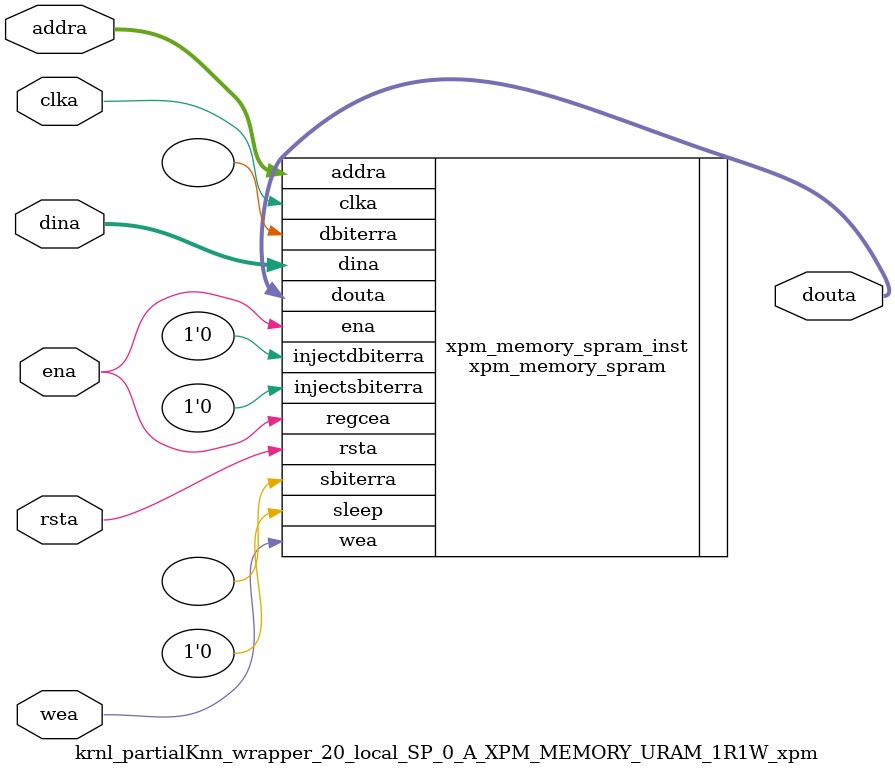
<source format=v>
`timescale 1 ns / 1 ps
module krnl_partialKnn_wrapper_20_local_SP_0_A_XPM_MEMORY_URAM_1R1W_xpm # (
  // Common module parameters
  parameter integer                 MEMORY_SIZE        = 524288,
  parameter                         MEMORY_PRIMITIVE   = "ultra",
  parameter                         ECC_MODE           = "no_ecc",
  parameter                         MEMORY_INIT_FILE   = "none",
  parameter                         WAKEUP_TIME        = "disable_sleep",
  parameter integer                 MESSAGE_CONTROL    = 0,
  // Port A module parameters
  parameter integer                 WRITE_DATA_WIDTH_A = 256,
  parameter integer                 READ_DATA_WIDTH_A  = WRITE_DATA_WIDTH_A,
  parameter integer                 BYTE_WRITE_WIDTH_A = WRITE_DATA_WIDTH_A,
  parameter integer                 ADDR_WIDTH_A       = 11,
  parameter                         READ_RESET_VALUE_A = "0",
  parameter integer                 READ_LATENCY_A     = 1,
  parameter                         WRITE_MODE_A       = "read_first"
) (
  // Port A module ports
  input  wire                                               clka,
  input  wire                                               rsta,
  input  wire                                               ena,
  input  wire [(WRITE_DATA_WIDTH_A/BYTE_WRITE_WIDTH_A)-1:0] wea,
  input  wire [ADDR_WIDTH_A-1:0]                            addra,
  input  wire [WRITE_DATA_WIDTH_A-1:0]                      dina,
  output wire [READ_DATA_WIDTH_A-1:0]                       douta
);
// Set parameter values and connect ports to instantiate an XPM_MEMORY single port RAM configuration
xpm_memory_spram # (
  // Common module parameters
  .MEMORY_SIZE        (MEMORY_SIZE),   //positive integer
  .MEMORY_PRIMITIVE   (MEMORY_PRIMITIVE),      //string; "auto", "distributed", "block" or "ultra";
  .ECC_MODE           (ECC_MODE),      //do not change
  .MEMORY_INIT_FILE   (MEMORY_INIT_FILE), //string; "none" or "<filename>.mem" 
  .MEMORY_INIT_PARAM  (""), //string;
  .WAKEUP_TIME        (WAKEUP_TIME),      //string; "disable_sleep" or "use_sleep_pin"
  .MESSAGE_CONTROL    (MESSAGE_CONTROL),      //do not change
  // Port A module parameters
  .WRITE_DATA_WIDTH_A (WRITE_DATA_WIDTH_A),     //positive integer
  .READ_DATA_WIDTH_A  (READ_DATA_WIDTH_A),     //positive integer
  .BYTE_WRITE_WIDTH_A (BYTE_WRITE_WIDTH_A),     //integer; 8, 9, or WRITE_DATA_WIDTH_A value
  .ADDR_WIDTH_A       (ADDR_WIDTH_A),      //positive integer
  .READ_RESET_VALUE_A (READ_RESET_VALUE_A),  //string
  .READ_LATENCY_A     (READ_LATENCY_A),      //non-negative integer
  .WRITE_MODE_A       (WRITE_MODE_A)       //string; "write_first", "read_first", "no_change"
) xpm_memory_spram_inst (
  // Common module ports
  .sleep          (1'b0),  //do not change
  // Port A module ports
  .clka           (clka),
  .rsta           (rsta),
  .ena            (ena),
  .regcea         (ena),
  .wea            (wea),
  .addra          (addra),
  .dina           (dina),
  .injectsbiterra (1'b0),  //do not change
  .injectdbiterra (1'b0),  //do not change
  .douta          (douta),
  .sbiterra       (),      //do not change
  .dbiterra       ()       //do not change
);
endmodule
</source>
